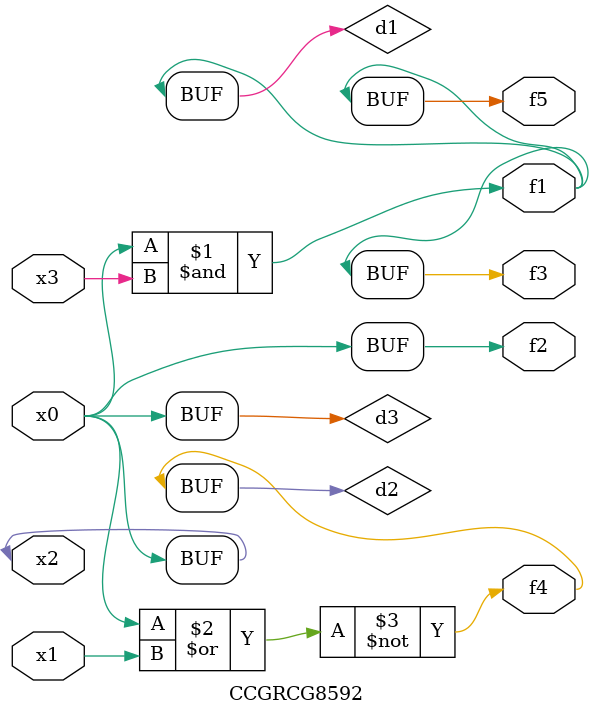
<source format=v>
module CCGRCG8592(
	input x0, x1, x2, x3,
	output f1, f2, f3, f4, f5
);

	wire d1, d2, d3;

	and (d1, x2, x3);
	nor (d2, x0, x1);
	buf (d3, x0, x2);
	assign f1 = d1;
	assign f2 = d3;
	assign f3 = d1;
	assign f4 = d2;
	assign f5 = d1;
endmodule

</source>
